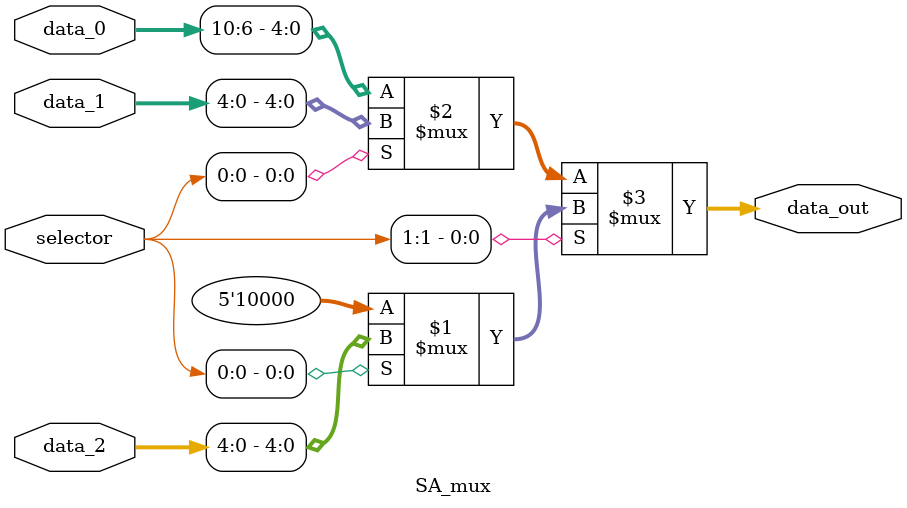
<source format=v>
module SA_mux (
    input  wire [1:0] selector,
    input  wire [15:0] data_0,//shift amount from instruction - 00
    input  wire [31:0] data_1,//from register B - 01
                              //from 16 - 10
    input  wire [31:0] data_2,//from MDR - 11
    output wire [4:0] data_out,
);
    assign data_out = (selector[1] ? (selector[0] ? data_2[4:0] : 5'b10000) : (selector[0] ? data_1[4:0] : data_0[10:6]));
endmodule
</source>
